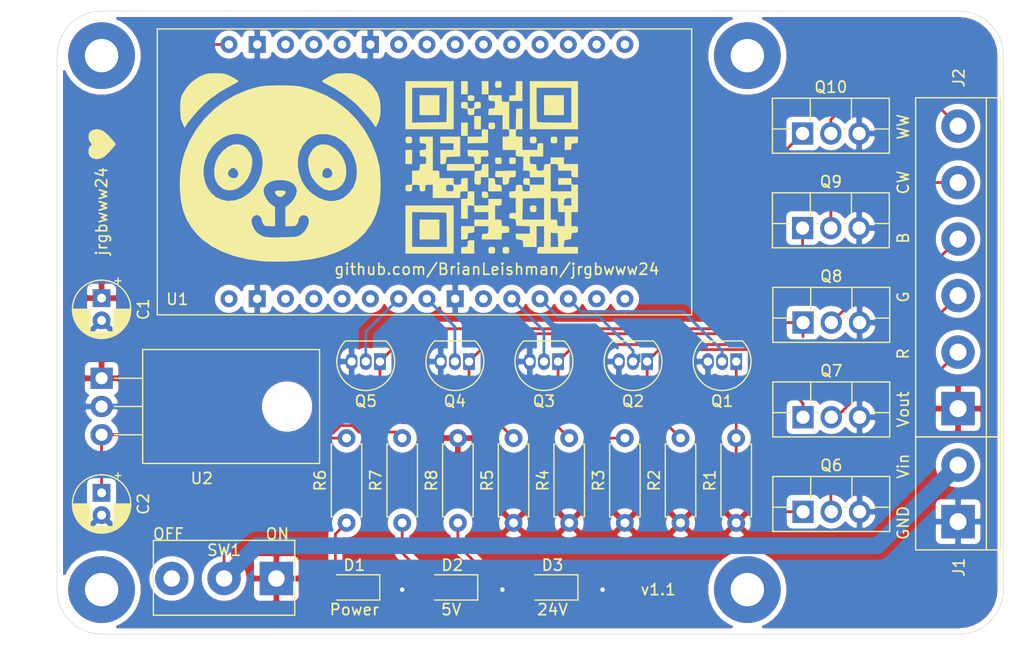
<source format=kicad_pcb>
(kicad_pcb (version 20171130) (host pcbnew 5.1.10-88a1d61d58~90~ubuntu20.04.1)
  (layers (0 F.Cu signal) (31 B.Cu signal) (34 B.Paste user) (35 F.Paste user) (36 B.SilkS user) (37 F.SilkS user) (38 B.Mask user) (39 F.Mask user) (44 Edge.Cuts user))
  (net 0 "")
  (net 1 +24V)
  (net 2 Earth)
  (net 3 +5V)
  (net 4 "Net-(D1-Pad2)")
  (net 5 "Net-(D2-Pad2)")
  (net 6 "Net-(D3-Pad2)")
  (net 7 /WW_GND)
  (net 8 /CW_GND)
  (net 9 /B_GND)
  (net 10 /G_GND)
  (net 11 /R_GND)
  (net 12 /R_SIGNAL)
  (net 13 /G_SIGNAL)
  (net 14 /B_SIGNAL)
  (net 15 /CW_SIGNAL)
  (net 16 "Net-(Q10-Pad1)")
  (net 17 /WW_SIGNAL)
  (net 18 "Net-(SW1-Pad3)")
  (net 19 "Net-(U1-Pad30)")
  (net 20 "Net-(U1-Pad27)")
  (net 21 "Net-(U1-Pad26)")
  (net 22 "Net-(U1-Pad25)")
  (net 23 "Net-(U1-Pad21)")
  (net 24 "Net-(U1-Pad17)")
  (net 25 "Net-(U1-Pad16)")
  (net 26 "Net-(U1-Pad13)")
  (net 27 "Net-(U1-Pad12)")
  (net 28 "Net-(U1-Pad11)")
  (net 29 "Net-(U1-Pad9)")
  (net 30 "Net-(U1-Pad8)")
  (net 31 "Net-(U1-Pad7)")
  (net 32 "Net-(U1-Pad6)")
  (net 33 "Net-(U1-Pad5)")
  (net 34 "Net-(U1-Pad4)")
  (net 35 "Net-(U1-Pad3)")
  (net 36 "Net-(U1-Pad2)")
  (net 37 "Net-(U1-Pad1)")
  (net 38 VDD)
  (net 39 "Net-(Q2-Pad1)")
  (net 40 "Net-(Q1-Pad1)")
  (net 41 "Net-(Q3-Pad1)")
  (net 42 "Net-(Q4-Pad1)")
  (module jrgbwww24:qr (layer F.Cu) (at 129 74)
    (fp_text reference G*** hide)
    (fp_text value LOGO hide)
  )
  (module Package_TO_SOT_THT:TO-92_Inline (layer F.Cu) (at 135 91.5 180)
    (fp_text reference Q3 (at 1.27 -3.56) (layer F.SilkS))
    (fp_text value 2N3904)
    (pad 1 thru_hole rect (at 0 0 180) (size 1.05 1.5) (drill 0.75) (layers *.Cu *.Mask) (net 41 "Net-(Q3-Pad1)"))
    (pad 3 thru_hole oval (at 2.54 0 180) (size 1.05 1.5) (drill 0.75) (layers *.Cu *.Mask) (net 2 Earth))
    (pad 2 thru_hole oval (at 1.27 0 180) (size 1.05 1.5) (drill 0.75) (layers *.Cu *.Mask) (net 14 /B_SIGNAL))
  )
  (module jrgbwww24:heart (layer F.Cu) (at 94 72 90)
    (fp_text reference G*** hide)
    (fp_text value LOGO hide)
  )
  (module Package_TO_SOT_THT:TO-220F-3_Vertical (layer F.Cu) (at 157 88)
    (fp_text reference Q8 (at 2.54 -4.1675) (layer F.SilkS))
    (fp_text value IPA040N06N)
    (pad 3 thru_hole oval (at 5.08 0) (size 1.905 2) (drill 1.2) (layers *.Cu *.Mask) (net 2 Earth))
    (pad 2 thru_hole oval (at 2.54 0) (size 1.905 2) (drill 1.2) (layers *.Cu *.Mask) (net 9 /B_GND))
    (pad 1 thru_hole rect (at 0 0) (size 1.905 2) (drill 1.2) (layers *.Cu *.Mask) (net 41 "Net-(Q3-Pad1)"))
  )
  (module Package_TO_SOT_THT:TO-220F-3_Vertical (layer F.Cu) (at 157 96.5)
    (fp_text reference Q7 (at 2.54 -4.1675) (layer F.SilkS))
    (fp_text value IPA040N06N)
    (pad 3 thru_hole oval (at 5.08 0) (size 1.905 2) (drill 1.2) (layers *.Cu *.Mask) (net 2 Earth))
    (pad 2 thru_hole oval (at 2.54 0) (size 1.905 2) (drill 1.2) (layers *.Cu *.Mask) (net 10 /G_GND))
    (pad 1 thru_hole rect (at 0 0) (size 1.905 2) (drill 1.2) (layers *.Cu *.Mask) (net 39 "Net-(Q2-Pad1)"))
  )
  (module Package_TO_SOT_THT:TO-92_Inline (layer F.Cu) (at 119 91.5 180)
    (fp_text reference Q5 (at 1.27 -3.56) (layer F.SilkS))
    (fp_text value 2N3904)
    (pad 1 thru_hole rect (at 0 0 180) (size 1.05 1.5) (drill 0.75) (layers *.Cu *.Mask) (net 16 "Net-(Q10-Pad1)"))
    (pad 3 thru_hole oval (at 2.54 0 180) (size 1.05 1.5) (drill 0.75) (layers *.Cu *.Mask) (net 2 Earth))
    (pad 2 thru_hole oval (at 1.27 0 180) (size 1.05 1.5) (drill 0.75) (layers *.Cu *.Mask) (net 17 /WW_SIGNAL))
  )
  (module Package_TO_SOT_THT:TO-92_Inline (layer F.Cu) (at 127 91.5 180)
    (fp_text reference Q4 (at 1.27 -3.56) (layer F.SilkS))
    (fp_text value 2N3904)
    (pad 1 thru_hole rect (at 0 0 180) (size 1.05 1.5) (drill 0.75) (layers *.Cu *.Mask) (net 42 "Net-(Q4-Pad1)"))
    (pad 3 thru_hole oval (at 2.54 0 180) (size 1.05 1.5) (drill 0.75) (layers *.Cu *.Mask) (net 2 Earth))
    (pad 2 thru_hole oval (at 1.27 0 180) (size 1.05 1.5) (drill 0.75) (layers *.Cu *.Mask) (net 15 /CW_SIGNAL))
  )
  (module Package_TO_SOT_THT:TO-220F-3_Vertical (layer F.Cu) (at 156.96 71)
    (fp_text reference Q10 (at 2.54 -4.1675) (layer F.SilkS))
    (fp_text value IPA040N06N)
    (pad 3 thru_hole oval (at 5.08 0) (size 1.905 2) (drill 1.2) (layers *.Cu *.Mask) (net 2 Earth))
    (pad 2 thru_hole oval (at 2.54 0) (size 1.905 2) (drill 1.2) (layers *.Cu *.Mask) (net 7 /WW_GND))
    (pad 1 thru_hole rect (at 0 0) (size 1.905 2) (drill 1.2) (layers *.Cu *.Mask) (net 16 "Net-(Q10-Pad1)"))
  )
  (module Package_TO_SOT_THT:TO-220F-3_Vertical (layer F.Cu) (at 156.96 79.5)
    (fp_text reference Q9 (at 2.54 -4.1675) (layer F.SilkS))
    (fp_text value IPA040N06N)
    (pad 3 thru_hole oval (at 5.08 0) (size 1.905 2) (drill 1.2) (layers *.Cu *.Mask) (net 2 Earth))
    (pad 2 thru_hole oval (at 2.54 0) (size 1.905 2) (drill 1.2) (layers *.Cu *.Mask) (net 8 /CW_GND))
    (pad 1 thru_hole rect (at 0 0) (size 1.905 2) (drill 1.2) (layers *.Cu *.Mask) (net 42 "Net-(Q4-Pad1)"))
  )
  (module Package_TO_SOT_THT:TO-220F-3_Vertical (layer F.Cu) (at 157 105)
    (fp_text reference Q6 (at 2.54 -4.1675) (layer F.SilkS))
    (fp_text value IPA040N06N)
    (pad 3 thru_hole oval (at 5.08 0) (size 1.905 2) (drill 1.2) (layers *.Cu *.Mask) (net 2 Earth))
    (pad 2 thru_hole oval (at 2.54 0) (size 1.905 2) (drill 1.2) (layers *.Cu *.Mask) (net 11 /R_GND))
    (pad 1 thru_hole rect (at 0 0) (size 1.905 2) (drill 1.2) (layers *.Cu *.Mask) (net 40 "Net-(Q1-Pad1)"))
  )
  (module MountingHole:MountingHole_3mm_Pad (layer F.Cu) (at 152 64)
    (fp_text reference REF** hide)
    (fp_text value MountingHole_3mm_Pad)
    (pad 1 thru_hole circle (at 0 0) (size 6 6) (drill 3) (layers *.Cu *.Mask))
  )
  (module MountingHole:MountingHole_3mm_Pad (layer F.Cu) (at 152 112)
    (fp_text reference REF** hide)
    (fp_text value MountingHole_3mm_Pad)
    (pad 1 thru_hole circle (at 0 0) (size 6 6) (drill 3) (layers *.Cu *.Mask))
  )
  (module MountingHole:MountingHole_3mm_Pad (layer F.Cu) (at 94 112)
    (fp_text reference REF** hide)
    (fp_text value MountingHole_3mm_Pad)
    (pad 1 thru_hole circle (at 0 0) (size 6 6) (drill 3) (layers *.Cu *.Mask))
  )
  (module MountingHole:MountingHole_3mm_Pad (layer F.Cu) (at 94 64)
    (fp_text reference REF** hide)
    (fp_text value MountingHole_3mm_Pad)
    (pad 1 thru_hole circle (at 0 0) (size 6 6) (drill 3) (layers *.Cu *.Mask))
  )
  (module "jrgbwww24:1P2T SPDT" (layer F.Cu) (at 105 111 180)
    (fp_text reference SW1 (at 0 2.54) (layer F.SilkS))
    (fp_text value SW_SPDT)
    (fp_text user OFF (at 5 4) (layer F.SilkS))
    (fp_text user ON (at -4.7879 4) (layer F.SilkS))
    (pad 3 thru_hole circle (at 4.7 0 180) (size 3 3) (drill 1.48) (layers *.Cu *.Mask) (net 18 "Net-(SW1-Pad3)"))
    (pad 2 thru_hole circle (at 0 0 180) (size 3 3) (drill 1.48) (layers *.Cu *.Mask) (net 38 VDD))
    (pad 1 thru_hole rect (at -4.7 0 180) (size 3 3) (drill 1.48) (layers *.Cu *.Mask) (net 1 +24V))
  )
  (module "jrgbwww24:KeeYees ESP8266 ESP-12E" (layer F.Cu) (at 141 63 270)
    (fp_text reference U1 (at 22.9 40.2 180) (layer F.SilkS))
    (fp_text value esp8266)
    (pad 30 thru_hole circle (at 22.86 35.56 270) (size 1.524 1.524) (drill 0.762) (layers *.Cu *.Mask) (net 19 "Net-(U1-Pad30)"))
    (pad 29 thru_hole rect (at 22.86 33.02 270) (size 1.524 1.524) (drill 0.762) (layers *.Cu *.Mask) (net 2 Earth))
    (pad 28 thru_hole circle (at 22.86 30.48 270) (size 1.524 1.524) (drill 0.762) (layers *.Cu *.Mask))
    (pad 27 thru_hole circle (at 22.86 27.94 270) (size 1.524 1.524) (drill 0.762) (layers *.Cu *.Mask) (net 20 "Net-(U1-Pad27)"))
    (pad 26 thru_hole circle (at 22.86 25.4 270) (size 1.524 1.524) (drill 0.762) (layers *.Cu *.Mask) (net 21 "Net-(U1-Pad26)"))
    (pad 25 thru_hole circle (at 22.86 22.86 270) (size 1.524 1.524) (drill 0.762) (layers *.Cu *.Mask) (net 22 "Net-(U1-Pad25)"))
    (pad 24 thru_hole circle (at 22.86 20.32 270) (size 1.524 1.524) (drill 0.762) (layers *.Cu *.Mask) (net 17 /WW_SIGNAL))
    (pad 23 thru_hole circle (at 22.86 17.78 270) (size 1.524 1.524) (drill 0.762) (layers *.Cu *.Mask) (net 15 /CW_SIGNAL))
    (pad 22 thru_hole rect (at 22.86 15.24 270) (size 1.524 1.524) (drill 0.762) (layers *.Cu *.Mask) (net 2 Earth))
    (pad 21 thru_hole circle (at 22.86 12.7 270) (size 1.524 1.524) (drill 0.762) (layers *.Cu *.Mask) (net 23 "Net-(U1-Pad21)"))
    (pad 20 thru_hole circle (at 22.86 10.16 270) (size 1.524 1.524) (drill 0.762) (layers *.Cu *.Mask) (net 14 /B_SIGNAL))
    (pad 19 thru_hole circle (at 22.86 7.62 270) (size 1.524 1.524) (drill 0.762) (layers *.Cu *.Mask) (net 13 /G_SIGNAL))
    (pad 18 thru_hole circle (at 22.86 5.08 270) (size 1.524 1.524) (drill 0.762) (layers *.Cu *.Mask) (net 12 /R_SIGNAL))
    (pad 17 thru_hole circle (at 22.86 2.54 270) (size 1.524 1.524) (drill 0.762) (layers *.Cu *.Mask) (net 24 "Net-(U1-Pad17)"))
    (pad 16 thru_hole circle (at 22.86 0 270) (size 1.524 1.524) (drill 0.762) (layers *.Cu *.Mask) (net 25 "Net-(U1-Pad16)"))
    (pad 15 thru_hole circle (at 0 35.56 270) (size 1.524 1.524) (drill 0.762) (layers *.Cu *.Mask) (net 3 +5V))
    (pad 14 thru_hole rect (at 0 33.02 270) (size 1.524 1.524) (drill 0.762) (layers *.Cu *.Mask) (net 2 Earth))
    (pad 13 thru_hole circle (at 0 30.48 270) (size 1.524 1.524) (drill 0.762) (layers *.Cu *.Mask) (net 26 "Net-(U1-Pad13)"))
    (pad 12 thru_hole circle (at 0 27.94 270) (size 1.524 1.524) (drill 0.762) (layers *.Cu *.Mask) (net 27 "Net-(U1-Pad12)"))
    (pad 11 thru_hole circle (at 0 25.4 270) (size 1.524 1.524) (drill 0.762) (layers *.Cu *.Mask) (net 28 "Net-(U1-Pad11)"))
    (pad 10 thru_hole rect (at 0 22.86 270) (size 1.524 1.524) (drill 0.762) (layers *.Cu *.Mask) (net 2 Earth))
    (pad 9 thru_hole circle (at 0 20.32 270) (size 1.524 1.524) (drill 0.762) (layers *.Cu *.Mask) (net 29 "Net-(U1-Pad9)"))
    (pad 8 thru_hole circle (at 0 17.78 270) (size 1.524 1.524) (drill 0.762) (layers *.Cu *.Mask) (net 30 "Net-(U1-Pad8)"))
    (pad 7 thru_hole circle (at 0 15.24 270) (size 1.524 1.524) (drill 0.762) (layers *.Cu *.Mask) (net 31 "Net-(U1-Pad7)"))
    (pad 6 thru_hole circle (at 0 12.7 270) (size 1.524 1.524) (drill 0.762) (layers *.Cu *.Mask) (net 32 "Net-(U1-Pad6)"))
    (pad 5 thru_hole circle (at 0 10.16 270) (size 1.524 1.524) (drill 0.762) (layers *.Cu *.Mask) (net 33 "Net-(U1-Pad5)"))
    (pad 4 thru_hole circle (at 0 7.62 270) (size 1.524 1.524) (drill 0.762) (layers *.Cu *.Mask) (net 34 "Net-(U1-Pad4)"))
    (pad 3 thru_hole circle (at 0 5.08 270) (size 1.524 1.524) (drill 0.762) (layers *.Cu *.Mask) (net 35 "Net-(U1-Pad3)"))
    (pad 2 thru_hole circle (at 0 2.54 270) (size 1.524 1.524) (drill 0.762) (layers *.Cu *.Mask) (net 36 "Net-(U1-Pad2)"))
    (pad 1 thru_hole circle (at 0 0 270) (size 1.524 1.524) (drill 0.762) (layers *.Cu *.Mask) (net 37 "Net-(U1-Pad1)"))
  )
  (module jrgbwww24:panda (layer F.Cu) (at 110 74)
    (fp_text reference G*** hide)
    (fp_text value LOGO hide)
  )
  (module Package_TO_SOT_THT:TO-220-3_Horizontal_TabDown (layer F.Cu) (at 94 93 270)
    (fp_text reference U2 (at 9 -9 180) (layer F.SilkS))
    (fp_text value L7805)
    (pad 3 thru_hole oval (at 5.08 0 270) (size 1.905 2) (drill 1.1) (layers *.Cu *.Mask) (net 3 +5V))
    (pad 2 thru_hole oval (at 2.54 0 270) (size 1.905 2) (drill 1.1) (layers *.Cu *.Mask) (net 2 Earth))
    (pad 1 thru_hole rect (at 0 0 270) (size 1.905 2) (drill 1.1) (layers *.Cu *.Mask) (net 1 +24V))
    (pad "" np_thru_hole oval (at 2.54 -16.66 270) (size 3.5 3.5) (drill 3.5) (layers *.Cu *.Mask))
  )
  (module Resistor_THT:R_Axial_DIN0207_L6.3mm_D2.5mm_P7.62mm_Horizontal (layer F.Cu) (at 126 106 90)
    (fp_text reference R8 (at 3.81 -2.37 90) (layer F.SilkS))
    (fp_text value 1.05K)
    (pad 2 thru_hole oval (at 7.62 0 90) (size 1.6 1.6) (drill 0.8) (layers *.Cu *.Mask) (net 1 +24V))
    (pad 1 thru_hole circle (at 0 0 90) (size 1.6 1.6) (drill 0.8) (layers *.Cu *.Mask) (net 6 "Net-(D3-Pad2)"))
  )
  (module Resistor_THT:R_Axial_DIN0207_L6.3mm_D2.5mm_P7.62mm_Horizontal (layer F.Cu) (at 121 106 90)
    (fp_text reference R7 (at 3.81 -2.37 90) (layer F.SilkS))
    (fp_text value 100)
    (pad 2 thru_hole oval (at 7.62 0 90) (size 1.6 1.6) (drill 0.8) (layers *.Cu *.Mask) (net 3 +5V))
    (pad 1 thru_hole circle (at 0 0 90) (size 1.6 1.6) (drill 0.8) (layers *.Cu *.Mask) (net 5 "Net-(D2-Pad2)"))
  )
  (module Resistor_THT:R_Axial_DIN0207_L6.3mm_D2.5mm_P7.62mm_Horizontal (layer F.Cu) (at 116 106 90)
    (fp_text reference R6 (at 3.81 -2.37 90) (layer F.SilkS))
    (fp_text value 1.1K)
    (pad 1 thru_hole circle (at 0 0 90) (size 1.6 1.6) (drill 0.8) (layers *.Cu *.Mask) (net 4 "Net-(D1-Pad2)"))
    (pad 2 thru_hole oval (at 7.62 0 90) (size 1.6 1.6) (drill 0.8) (layers *.Cu *.Mask) (net 38 VDD))
  )
  (module Resistor_THT:R_Axial_DIN0207_L6.3mm_D2.5mm_P7.62mm_Horizontal (layer F.Cu) (at 131 106 90)
    (fp_text reference R5 (at 3.81 -2.37 90) (layer F.SilkS))
    (fp_text value 10K)
    (pad 2 thru_hole oval (at 7.62 0 90) (size 1.6 1.6) (drill 0.8) (layers *.Cu *.Mask) (net 16 "Net-(Q10-Pad1)"))
    (pad 1 thru_hole circle (at 0 0 90) (size 1.6 1.6) (drill 0.8) (layers *.Cu *.Mask) (net 1 +24V))
  )
  (module Resistor_THT:R_Axial_DIN0207_L6.3mm_D2.5mm_P7.62mm_Horizontal (layer F.Cu) (at 136 106 90)
    (fp_text reference R4 (at 3.81 -2.37 90) (layer F.SilkS))
    (fp_text value 10K)
    (pad 2 thru_hole oval (at 7.62 0 90) (size 1.6 1.6) (drill 0.8) (layers *.Cu *.Mask) (net 42 "Net-(Q4-Pad1)"))
    (pad 1 thru_hole circle (at 0 0 90) (size 1.6 1.6) (drill 0.8) (layers *.Cu *.Mask) (net 1 +24V))
  )
  (module Resistor_THT:R_Axial_DIN0207_L6.3mm_D2.5mm_P7.62mm_Horizontal (layer F.Cu) (at 141 106 90)
    (fp_text reference R3 (at 3.81 -2.37 90) (layer F.SilkS))
    (fp_text value 10K)
    (pad 2 thru_hole oval (at 7.62 0 90) (size 1.6 1.6) (drill 0.8) (layers *.Cu *.Mask) (net 41 "Net-(Q3-Pad1)"))
    (pad 1 thru_hole circle (at 0 0 90) (size 1.6 1.6) (drill 0.8) (layers *.Cu *.Mask) (net 1 +24V))
  )
  (module Resistor_THT:R_Axial_DIN0207_L6.3mm_D2.5mm_P7.62mm_Horizontal (layer F.Cu) (at 146 106 90)
    (fp_text reference R2 (at 3.81 -2.37 90) (layer F.SilkS))
    (fp_text value 10K)
    (pad 2 thru_hole oval (at 7.62 0 90) (size 1.6 1.6) (drill 0.8) (layers *.Cu *.Mask) (net 39 "Net-(Q2-Pad1)"))
    (pad 1 thru_hole circle (at 0 0 90) (size 1.6 1.6) (drill 0.8) (layers *.Cu *.Mask) (net 1 +24V))
  )
  (module Resistor_THT:R_Axial_DIN0207_L6.3mm_D2.5mm_P7.62mm_Horizontal (layer F.Cu) (at 151 106 90)
    (fp_text reference R1 (at 3.81 -2.37 90) (layer F.SilkS))
    (fp_text value 10K)
    (pad 2 thru_hole oval (at 7.62 0 90) (size 1.6 1.6) (drill 0.8) (layers *.Cu *.Mask) (net 40 "Net-(Q1-Pad1)"))
    (pad 1 thru_hole circle (at 0 0 90) (size 1.6 1.6) (drill 0.8) (layers *.Cu *.Mask) (net 1 +24V))
  )
  (module Package_TO_SOT_THT:TO-92_Inline (layer F.Cu) (at 143 91.5 180)
    (fp_text reference Q2 (at 1.27 -3.56) (layer F.SilkS))
    (fp_text value 2N3904)
    (pad 1 thru_hole rect (at 0 0 180) (size 1.05 1.5) (drill 0.75) (layers *.Cu *.Mask) (net 39 "Net-(Q2-Pad1)"))
    (pad 3 thru_hole oval (at 2.54 0 180) (size 1.05 1.5) (drill 0.75) (layers *.Cu *.Mask) (net 2 Earth))
    (pad 2 thru_hole oval (at 1.27 0 180) (size 1.05 1.5) (drill 0.75) (layers *.Cu *.Mask) (net 13 /G_SIGNAL))
  )
  (module Package_TO_SOT_THT:TO-92_Inline (layer F.Cu) (at 151 91.5 180)
    (fp_text reference Q1 (at 1.27 -3.56) (layer F.SilkS))
    (fp_text value 2N3904)
    (pad 1 thru_hole rect (at 0 0 180) (size 1.05 1.5) (drill 0.75) (layers *.Cu *.Mask) (net 40 "Net-(Q1-Pad1)"))
    (pad 3 thru_hole oval (at 2.54 0 180) (size 1.05 1.5) (drill 0.75) (layers *.Cu *.Mask) (net 2 Earth))
    (pad 2 thru_hole oval (at 1.27 0 180) (size 1.05 1.5) (drill 0.75) (layers *.Cu *.Mask) (net 12 /R_SIGNAL))
  )
  (module TerminalBlock:TerminalBlock_bornier-6_P5.08mm (layer F.Cu) (at 170.9253 95.7306 90)
    (fp_text reference J2 (at 29.7306 0.0747 90) (layer F.SilkS))
    (fp_text value Screw_Terminal_01x06)
    (pad 6 thru_hole circle (at 25.4 0 90) (size 3 3) (drill 1.52) (layers *.Cu *.Mask) (net 7 /WW_GND))
    (pad 5 thru_hole circle (at 20.32 0 90) (size 3 3) (drill 1.52) (layers *.Cu *.Mask) (net 8 /CW_GND))
    (pad 4 thru_hole circle (at 15.24 0 90) (size 3 3) (drill 1.52) (layers *.Cu *.Mask) (net 9 /B_GND))
    (pad 1 thru_hole rect (at 0 0 90) (size 3 3) (drill 1.52) (layers *.Cu *.Mask) (net 1 +24V))
    (pad 3 thru_hole circle (at 10.16 0 90) (size 3 3) (drill 1.52) (layers *.Cu *.Mask) (net 10 /G_GND))
    (pad 2 thru_hole circle (at 5.08 0 90) (size 3 3) (drill 1.52) (layers *.Cu *.Mask) (net 11 /R_GND))
  )
  (module TerminalBlock:TerminalBlock_bornier-2_P5.08mm (layer F.Cu) (at 170.9253 105.8906 90)
    (fp_text reference J1 (at -4.1094 0.0747 90) (layer F.SilkS))
    (fp_text value Srew_terminal)
    (pad 2 thru_hole circle (at 5.08 0 90) (size 3 3) (drill 1.52) (layers *.Cu *.Mask) (net 38 VDD))
    (pad 1 thru_hole rect (at 0 0 90) (size 3 3) (drill 1.52) (layers *.Cu *.Mask) (net 2 Earth))
  )
  (module LED_SMD:LED_1206_3216Metric (layer F.Cu) (at 134.5 111.8 180)
    (fp_text reference D3 (at 0 2) (layer F.SilkS))
    (fp_text value "BLUE - 24V")
    (pad 2 smd roundrect (at 1.4 0 180) (size 1.25 1.75) (layers F.Cu F.Paste F.Mask) (roundrect_rratio 0.2) (net 6 "Net-(D3-Pad2)"))
    (pad 1 smd roundrect (at -1.4 0 180) (size 1.25 1.75) (layers F.Cu F.Paste F.Mask) (roundrect_rratio 0.2) (net 2 Earth))
  )
  (module LED_SMD:LED_1206_3216Metric (layer F.Cu) (at 125.5 111.8 180)
    (fp_text reference D2 (at 0 2) (layer F.SilkS))
    (fp_text value "GREEN - 5V")
    (pad 2 smd roundrect (at 1.4 0 180) (size 1.25 1.75) (layers F.Cu F.Paste F.Mask) (roundrect_rratio 0.2) (net 5 "Net-(D2-Pad2)"))
    (pad 1 smd roundrect (at -1.4 0 180) (size 1.25 1.75) (layers F.Cu F.Paste F.Mask) (roundrect_rratio 0.2) (net 2 Earth))
  )
  (module LED_SMD:LED_1206_3216Metric (layer F.Cu) (at 116.7 111.8 180)
    (fp_text reference D1 (at 0 2) (layer F.SilkS))
    (fp_text value "RED - ALWAYS ON")
    (pad 2 smd roundrect (at 1.4 0 180) (size 1.25 1.75) (layers F.Cu F.Paste F.Mask) (roundrect_rratio 0.2) (net 4 "Net-(D1-Pad2)"))
    (pad 1 smd roundrect (at -1.4 0 180) (size 1.25 1.75) (layers F.Cu F.Paste F.Mask) (roundrect_rratio 0.2) (net 2 Earth))
  )
  (module Capacitor_THT:CP_Radial_D5.0mm_P2.00mm (layer F.Cu) (at 94 103.3 270)
    (fp_text reference C2 (at 1 -3.75 90) (layer F.SilkS))
    (fp_text value 0.1u)
    (pad 2 thru_hole circle (at 2 0 270) (size 1.6 1.6) (drill 0.8) (layers *.Cu *.Mask) (net 2 Earth))
    (pad 1 thru_hole rect (at 0 0 270) (size 1.6 1.6) (drill 0.8) (layers *.Cu *.Mask) (net 3 +5V))
  )
  (module Capacitor_THT:CP_Radial_D5.0mm_P2.00mm (layer F.Cu) (at 94 85.8 270)
    (fp_text reference C1 (at 1 -3.75 90) (layer F.SilkS))
    (fp_text value 0.33u)
    (pad 2 thru_hole circle (at 2 0 270) (size 1.6 1.6) (drill 0.8) (layers *.Cu *.Mask) (net 2 Earth))
    (pad 1 thru_hole rect (at 0 0 270) (size 1.6 1.6) (drill 0.8) (layers *.Cu *.Mask) (net 1 +24V))
  )
  (gr_text WW (at 166 70.4 90) (layer F.SilkS) (effects (font (size 1 1))))
  (gr_text CW (at 166 75.4 90) (layer F.SilkS) (effects (font (size 1 1))))
  (gr_text B (at 166 80.4 90) (layer F.SilkS) (effects (font (size 1 1))))
  (gr_text G (at 166 85.7 90) (layer F.SilkS) (effects (font (size 1 1))))
  (gr_text R (at 166 90.8 90) (layer F.SilkS) (effects (font (size 1 1))))
  (gr_text Vout (at 166 95.8 90) (layer F.SilkS) (effects (font (size 1 1))))
  (gr_text Vin (at 166 100.9 90) (layer F.SilkS) (effects (font (size 1 1))))
  (gr_text GND (at 166 106 90) (layer F.SilkS) (effects (font (size 1 1))))
  (gr_text github.com/BrianLeishman/jrgbwww24 (at 129.5 83.2) (layer F.SilkS) (effects (font (size 1 1))))
  (gr_text 24V (at 134.5 113.8) (layer F.SilkS) (effects (font (size 1 1))))
  (gr_text 5V (at 125.4 113.8) (layer F.SilkS) (effects (font (size 1 1))))
  (gr_text Power (at 116.7 113.8) (layer F.SilkS) (effects (font (size 1 1))))
  (gr_text jrgbwww24 (at 94 78 90) (layer F.SilkS) (effects (font (size 1 1))))
  (gr_text v1.1 (at 144 112) (layer F.SilkS) (effects (font (size 1 1))))
  (gr_line (start 94 116) (end 171 116) (layer Edge.Cuts) (width 0.05))
  (gr_line (start 90 64) (end 90 112) (layer Edge.Cuts) (width 0.05))
  (gr_line (start 171 60) (end 94 60) (layer Edge.Cuts) (width 0.05))
  (gr_line (start 175 64) (end 175 112) (layer Edge.Cuts) (width 0.05))
  (gr_arc (start 171 112) (end 171 116) (angle -90) (layer Edge.Cuts) (width 0.05))
  (gr_arc (start 94 112) (end 90 112) (angle -90) (layer Edge.Cuts) (width 0.05))
  (gr_arc (start 94 64) (end 94 60) (angle -90) (layer Edge.Cuts) (width 0.05))
  (gr_arc (start 171 64) (end 175 64) (angle -90) (layer Edge.Cuts) (width 0.05))
  (via (at 121 112) (size 0.8) (drill 0.4) (layers F.Cu B.Cu) (net 2))
  (via (at 130 112) (size 0.8) (drill 0.4) (layers F.Cu B.Cu) (net 2))
  (via (at 139 112) (size 0.8) (drill 0.4) (layers F.Cu B.Cu) (net 2))
  (segment (start 136.1 112) (end 135.9 111.8) (width 0.25) (layer F.Cu) (net 2))
  (segment (start 139 112) (end 136.1 112) (width 0.25) (layer F.Cu) (net 2))
  (segment (start 127.1 112) (end 126.9 111.8) (width 0.25) (layer F.Cu) (net 2))
  (segment (start 130 112) (end 127.1 112) (width 0.25) (layer F.Cu) (net 2))
  (segment (start 118.3 112) (end 118.1 111.8) (width 0.25) (layer F.Cu) (net 2))
  (segment (start 121 112) (end 118.3 112) (width 0.25) (layer F.Cu) (net 2))
  (segment (start 94 98.08) (end 94 103.3) (width 0.25) (layer F.Cu) (net 3))
  (segment (start 105.44 63) (end 100 63) (width 0.25) (layer F.Cu) (net 3))
  (segment (start 100 63) (end 98 65) (width 0.25) (layer F.Cu) (net 3))
  (segment (start 98 65) (end 98 96) (width 0.25) (layer F.Cu) (net 3))
  (segment (start 95.92 98.08) (end 94 98.08) (width 0.25) (layer F.Cu) (net 3))
  (segment (start 98 96) (end 95.92 98.08) (width 0.25) (layer F.Cu) (net 3))
  (segment (start 116.540001 97.254999) (end 117.125001 97.839999) (width 0.25) (layer F.Cu) (net 3))
  (segment (start 115.459999 97.254999) (end 116.540001 97.254999) (width 0.25) (layer F.Cu) (net 3))
  (segment (start 114.785008 97.92999) (end 115.459999 97.254999) (width 0.25) (layer F.Cu) (net 3))
  (segment (start 109.4336 97.92999) (end 114.785008 97.92999) (width 0.25) (layer F.Cu) (net 3))
  (segment (start 109.28359 98.08) (end 109.4336 97.92999) (width 0.25) (layer F.Cu) (net 3))
  (segment (start 94 98.08) (end 109.28359 98.08) (width 0.25) (layer F.Cu) (net 3))
  (segment (start 120.459999 97.839999) (end 121 98.38) (width 0.25) (layer F.Cu) (net 3))
  (segment (start 117.125001 97.839999) (end 120.459999 97.839999) (width 0.25) (layer F.Cu) (net 3))
  (segment (start 116 106) (end 115 107) (width 0.25) (layer F.Cu) (net 4))
  (segment (start 115 111.5) (end 115.3 111.8) (width 0.25) (layer F.Cu) (net 4))
  (segment (start 115 107) (end 115 111.5) (width 0.25) (layer F.Cu) (net 4))
  (segment (start 121 108.7) (end 124.1 111.8) (width 0.25) (layer F.Cu) (net 5))
  (segment (start 121 106) (end 121 108.7) (width 0.25) (layer F.Cu) (net 5))
  (segment (start 131.3 110) (end 133.1 111.8) (width 0.25) (layer F.Cu) (net 6))
  (segment (start 128 110) (end 131.3 110) (width 0.25) (layer F.Cu) (net 6))
  (segment (start 126 108) (end 128 110) (width 0.25) (layer F.Cu) (net 6))
  (segment (start 126 106) (end 126 108) (width 0.25) (layer F.Cu) (net 6))
  (segment (start 159.5 71) (end 159.5 70.9525) (width 0.25) (layer F.Cu) (net 7))
  (segment (start 169.425301 68.830601) (end 170.9253 70.3306) (width 0.25) (layer F.Cu) (net 7))
  (segment (start 160.419399 68.830601) (end 169.425301 68.830601) (width 0.25) (layer F.Cu) (net 7))
  (segment (start 159.5 69.75) (end 160.419399 68.830601) (width 0.25) (layer F.Cu) (net 7))
  (segment (start 159.5 71) (end 159.5 69.75) (width 0.25) (layer F.Cu) (net 7))
  (segment (start 159.5 79.5) (end 159.5 78) (width 0.25) (layer F.Cu) (net 8))
  (segment (start 162.0894 75.4106) (end 170.9253 75.4106) (width 0.25) (layer F.Cu) (net 8))
  (segment (start 159.5 78) (end 162.0894 75.4106) (width 0.25) (layer F.Cu) (net 8))
  (segment (start 159.54 88) (end 162.54 85) (width 0.25) (layer F.Cu) (net 9))
  (segment (start 166.4159 85) (end 170.9253 80.4906) (width 0.25) (layer F.Cu) (net 9))
  (segment (start 162.54 85) (end 166.4159 85) (width 0.25) (layer F.Cu) (net 9))
  (segment (start 159.9959 96.5) (end 170.9253 85.5706) (width 0.25) (layer F.Cu) (net 10))
  (segment (start 159.5 96.5) (end 159.9959 96.5) (width 0.25) (layer F.Cu) (net 10))
  (segment (start 159.5 102.0759) (end 170.9253 90.6506) (width 0.25) (layer F.Cu) (net 11))
  (segment (start 159.5 105) (end 159.5 102.0759) (width 0.25) (layer F.Cu) (net 11))
  (segment (start 156.96 105) (end 156.5 105) (width 0.25) (layer F.Cu) (net 40))
  (segment (start 149.77 90.909998) (end 149.77 91.5) (width 0.25) (layer B.Cu) (net 12))
  (segment (start 149.73 90.5) (end 146.23 87) (width 0.25) (layer B.Cu) (net 12))
  (segment (start 149.73 91.5) (end 149.73 90.5) (width 0.25) (layer B.Cu) (net 12))
  (segment (start 137.06 87) (end 135.92 85.86) (width 0.25) (layer B.Cu) (net 12))
  (segment (start 146.23 87) (end 137.06 87) (width 0.25) (layer B.Cu) (net 12))
  (segment (start 142.27 90.909998) (end 142.27 91.5) (width 0.25) (layer B.Cu) (net 13))
  (segment (start 134.97001 87.45001) (end 133.38 85.86) (width 0.25) (layer B.Cu) (net 13))
  (segment (start 138.68001 87.45001) (end 134.97001 87.45001) (width 0.25) (layer B.Cu) (net 13))
  (segment (start 141.73 90.5) (end 138.68001 87.45001) (width 0.25) (layer B.Cu) (net 13))
  (segment (start 141.73 91.5) (end 141.73 90.5) (width 0.25) (layer B.Cu) (net 13))
  (segment (start 133.73 88.75) (end 130.84 85.86) (width 0.25) (layer B.Cu) (net 14))
  (segment (start 133.73 91.5) (end 133.73 88.75) (width 0.25) (layer B.Cu) (net 14))
  (segment (start 125.73 88.37) (end 123.22 85.86) (width 0.25) (layer B.Cu) (net 15))
  (segment (start 125.73 91.5) (end 125.73 88.37) (width 0.25) (layer B.Cu) (net 15))
  (segment (start 131 98.38) (end 129.62 97) (width 0.25) (layer F.Cu) (net 16))
  (segment (start 129.62 97) (end 121 97) (width 0.25) (layer F.Cu) (net 16))
  (segment (start 119 95) (end 119 91.5) (width 0.25) (layer F.Cu) (net 16))
  (segment (start 121 97) (end 119 95) (width 0.25) (layer F.Cu) (net 16))
  (segment (start 156.96 71) (end 155 72.96) (width 0.25) (layer F.Cu) (net 16))
  (segment (start 151.8136 88.54999) (end 121.95001 88.54999) (width 0.25) (layer F.Cu) (net 16))
  (segment (start 155 85.36359) (end 151.8136 88.54999) (width 0.25) (layer F.Cu) (net 16))
  (segment (start 121.95001 88.54999) (end 119 91.5) (width 0.25) (layer F.Cu) (net 16))
  (segment (start 155 72.96) (end 155 85.36359) (width 0.25) (layer F.Cu) (net 16))
  (segment (start 117.73 88.81) (end 120.68 85.86) (width 0.25) (layer B.Cu) (net 17))
  (segment (start 117.73 91.5) (end 117.73 88.81) (width 0.25) (layer B.Cu) (net 17))
  (segment (start 105 111) (end 105 103) (width 0.25) (layer F.Cu) (net 38))
  (segment (start 109.62 98.38) (end 116 98.38) (width 0.25) (layer F.Cu) (net 38))
  (segment (start 105 103) (end 109.62 98.38) (width 0.25) (layer F.Cu) (net 38))
  (segment (start 107.950001 108.049999) (end 105 111) (width 1.5) (layer B.Cu) (net 38))
  (segment (start 163.685901 108.049999) (end 107.950001 108.049999) (width 1.5) (layer B.Cu) (net 38))
  (segment (start 170.9253 100.8106) (end 163.685901 108.049999) (width 1.5) (layer B.Cu) (net 38))
  (segment (start 143 95.38) (end 146 98.38) (width 0.25) (layer F.Cu) (net 39))
  (segment (start 143 91.5) (end 143 95.38) (width 0.25) (layer F.Cu) (net 39))
  (segment (start 144.07501 90.42499) (end 143 91.5) (width 0.25) (layer F.Cu) (net 39))
  (segment (start 152.17499 90.42499) (end 144.07501 90.42499) (width 0.25) (layer F.Cu) (net 39))
  (segment (start 157 95.25) (end 152.17499 90.42499) (width 0.25) (layer F.Cu) (net 39))
  (segment (start 157 96.5) (end 157 95.25) (width 0.25) (layer F.Cu) (net 39))
  (segment (start 151 91.5) (end 151 98.38) (width 0.25) (layer F.Cu) (net 40))
  (segment (start 157 105) (end 155 105) (width 0.25) (layer F.Cu) (net 40))
  (segment (start 151 101) (end 151 98.38) (width 0.25) (layer F.Cu) (net 40))
  (segment (start 155 105) (end 151 101) (width 0.25) (layer F.Cu) (net 40))
  (segment (start 157 88) (end 157 89.25) (width 0.25) (layer F.Cu) (net 41))
  (segment (start 141 98.38) (end 138.38 98.38) (width 0.25) (layer F.Cu) (net 41))
  (segment (start 135 95) (end 135 91.5) (width 0.25) (layer F.Cu) (net 41))
  (segment (start 138.38 98.38) (end 135 95) (width 0.25) (layer F.Cu) (net 41))
  (segment (start 157 88) (end 154 88) (width 0.25) (layer F.Cu) (net 41))
  (segment (start 154 88) (end 152.02502 89.97498) (width 0.25) (layer F.Cu) (net 41))
  (segment (start 136.52502 89.97498) (end 135 91.5) (width 0.25) (layer F.Cu) (net 41))
  (segment (start 152.02502 89.97498) (end 136.52502 89.97498) (width 0.25) (layer F.Cu) (net 41))
  (segment (start 136 98.38) (end 133.62 96) (width 0.25) (layer F.Cu) (net 42))
  (segment (start 133.62 96) (end 128 96) (width 0.25) (layer F.Cu) (net 42))
  (segment (start 127 95) (end 127 91.5) (width 0.25) (layer F.Cu) (net 42))
  (segment (start 128 96) (end 127 95) (width 0.25) (layer F.Cu) (net 42))
  (segment (start 156.96 79.5) (end 156.96 84.04) (width 0.25) (layer F.Cu) (net 42))
  (segment (start 129.5 89) (end 127 91.5) (width 0.25) (layer F.Cu) (net 42))
  (segment (start 152 89) (end 129.5 89) (width 0.25) (layer F.Cu) (net 42))
  (segment (start 156.96 84.04) (end 152 89) (width 0.25) (layer F.Cu) (net 42))
  (zone (net 2) (net_name Earth) (layer B.Cu) (connect_pads (clearance 0.508)) (min_thickness 0.254) (fill yes (arc_segments 32) (thermal_gap 0.508) (thermal_bridge_width 0.508))
    (polygon (pts (xy 176 117) (xy 89 117) (xy 89 59) (xy 176 59)))
  )
  (zone (net 1) (net_name +24V) (layer F.Cu) (connect_pads (clearance 0.508)) (min_thickness 0.254) (fill yes (arc_segments 32) (thermal_gap 0.508) (thermal_bridge_width 0.508))
    (polygon (pts (xy 176 117) (xy 89 117) (xy 89 59) (xy 176 59)))
  )
)
</source>
